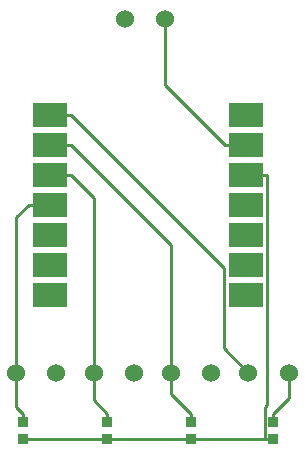
<source format=gtl>
G04 Layer: TopLayer*
G04 EasyEDA v6.5.38, 2023-11-10 20:44:27*
G04 a2ce8b3098ff4e71ad7b38c7765d7841,93b1fbd85c6d4c91ac372c37b1ebbe7b,10*
G04 Gerber Generator version 0.2*
G04 Scale: 100 percent, Rotated: No, Reflected: No *
G04 Dimensions in millimeters *
G04 leading zeros omitted , absolute positions ,4 integer and 5 decimal *
%FSLAX45Y45*%
%MOMM*%

%AMMACRO1*21,1,$1,$2,0,0,$3*%
%ADD10C,0.2540*%
%ADD11R,3.0000X2.0000*%
%ADD12MACRO1,0.864X0.8065X0.0000*%
%ADD13R,0.8640X0.8065*%
%ADD14C,1.5240*%

%LPD*%
D10*
X3029623Y3918000D02*
G01*
X2851645Y3918000D01*
X2851645Y3918000D02*
G01*
X2346591Y4423054D01*
X2346591Y4978400D01*
X1369631Y3410000D02*
G01*
X1191653Y3410000D01*
X1191653Y3410000D02*
G01*
X1086751Y3305098D01*
X1086751Y1984400D01*
X1143012Y1573936D02*
G01*
X1143012Y1642211D01*
X1143012Y1642211D02*
G01*
X1086751Y1698472D01*
X1086751Y1984400D01*
X1369631Y3664000D02*
G01*
X1547583Y3664000D01*
X1547583Y3664000D02*
G01*
X1742097Y3469487D01*
X1742097Y1984400D01*
X1854212Y1573936D02*
G01*
X1854212Y1642211D01*
X1854212Y1642211D02*
G01*
X1742097Y1754327D01*
X1742097Y1984400D01*
X1369631Y3918000D02*
G01*
X1547583Y3918000D01*
X1547583Y3918000D02*
G01*
X2397417Y3068167D01*
X2397417Y1984400D01*
X2565387Y1573936D02*
G01*
X2565387Y1642211D01*
X2565387Y1642211D02*
G01*
X2397417Y1810181D01*
X2397417Y1984400D01*
X1369631Y4172000D02*
G01*
X1547583Y4172000D01*
X1547583Y4172000D02*
G01*
X2841713Y2877870D01*
X2841713Y2195448D01*
X3052762Y1984400D01*
X3263912Y1573936D02*
G01*
X3263912Y1642211D01*
X3263912Y1642211D02*
G01*
X3392766Y1771065D01*
X3392766Y1984400D01*
X3189719Y1423263D02*
G01*
X3263912Y1423263D01*
X2565387Y1423263D02*
G01*
X3189719Y1423263D01*
X3189719Y1423263D02*
G01*
X3189719Y1698320D01*
X3207702Y1716303D01*
X3207702Y3663873D01*
X3207575Y3664000D01*
X3029623Y3664000D02*
G01*
X3207575Y3664000D01*
X1854212Y1423263D02*
G01*
X2565387Y1423263D01*
X1143012Y1423263D02*
G01*
X1854212Y1423263D01*
D11*
G01*
X1369618Y4172000D03*
G01*
X1369618Y3918000D03*
G01*
X1369618Y3664000D03*
G01*
X1369618Y3410000D03*
G01*
X1369618Y3156000D03*
G01*
X1369618Y2902000D03*
G01*
X1369618Y2648000D03*
G01*
X3029635Y2648000D03*
G01*
X3029635Y2902000D03*
G01*
X3029635Y3156000D03*
G01*
X3029635Y3410000D03*
G01*
X3029635Y3664000D03*
G01*
X3029635Y3918000D03*
G01*
X3029635Y4172000D03*
D12*
G01*
X3263900Y1573924D03*
D13*
G01*
X3263900Y1423263D03*
D12*
G01*
X2565400Y1573924D03*
D13*
G01*
X2565400Y1423263D03*
D12*
G01*
X1854200Y1573924D03*
D13*
G01*
X1854200Y1423263D03*
D12*
G01*
X1143000Y1573924D03*
D13*
G01*
X1143000Y1423263D03*
D14*
G01*
X2346604Y4978400D03*
G01*
X2006600Y4978400D03*
G01*
X1426743Y1984400D03*
G01*
X1086764Y1984400D03*
G01*
X2082088Y1984400D03*
G01*
X1742109Y1984400D03*
G01*
X2737408Y1984400D03*
G01*
X2397404Y1984400D03*
G01*
X3392754Y1984400D03*
G01*
X3052749Y1984400D03*
M02*

</source>
